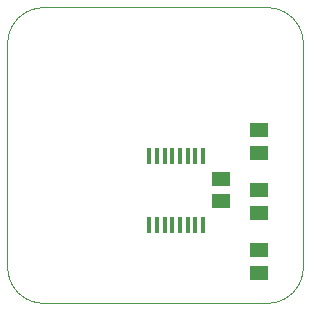
<source format=gbp>
G75*
%MOIN*%
%OFA0B0*%
%FSLAX25Y25*%
%IPPOS*%
%LPD*%
%AMOC8*
5,1,8,0,0,1.08239X$1,22.5*
%
%ADD10C,0.00000*%
%ADD11R,0.05906X0.05118*%
%ADD12R,0.06299X0.05118*%
%ADD13R,0.01400X0.05800*%
D10*
X0004500Y0013111D02*
X0004500Y0087914D01*
X0004503Y0088199D01*
X0004514Y0088485D01*
X0004531Y0088770D01*
X0004555Y0089054D01*
X0004586Y0089338D01*
X0004624Y0089621D01*
X0004669Y0089902D01*
X0004720Y0090183D01*
X0004778Y0090463D01*
X0004843Y0090741D01*
X0004915Y0091017D01*
X0004993Y0091291D01*
X0005078Y0091564D01*
X0005170Y0091834D01*
X0005268Y0092102D01*
X0005372Y0092368D01*
X0005483Y0092631D01*
X0005600Y0092891D01*
X0005723Y0093149D01*
X0005853Y0093403D01*
X0005989Y0093654D01*
X0006130Y0093902D01*
X0006278Y0094146D01*
X0006431Y0094387D01*
X0006591Y0094623D01*
X0006756Y0094856D01*
X0006926Y0095085D01*
X0007102Y0095310D01*
X0007284Y0095530D01*
X0007470Y0095746D01*
X0007662Y0095957D01*
X0007859Y0096164D01*
X0008061Y0096366D01*
X0008268Y0096563D01*
X0008479Y0096755D01*
X0008695Y0096941D01*
X0008915Y0097123D01*
X0009140Y0097299D01*
X0009369Y0097469D01*
X0009602Y0097634D01*
X0009838Y0097794D01*
X0010079Y0097947D01*
X0010323Y0098095D01*
X0010571Y0098236D01*
X0010822Y0098372D01*
X0011076Y0098502D01*
X0011334Y0098625D01*
X0011594Y0098742D01*
X0011857Y0098853D01*
X0012123Y0098957D01*
X0012391Y0099055D01*
X0012661Y0099147D01*
X0012934Y0099232D01*
X0013208Y0099310D01*
X0013484Y0099382D01*
X0013762Y0099447D01*
X0014042Y0099505D01*
X0014323Y0099556D01*
X0014604Y0099601D01*
X0014887Y0099639D01*
X0015171Y0099670D01*
X0015455Y0099694D01*
X0015740Y0099711D01*
X0016026Y0099722D01*
X0016311Y0099725D01*
X0091114Y0099725D01*
X0091399Y0099722D01*
X0091685Y0099711D01*
X0091970Y0099694D01*
X0092254Y0099670D01*
X0092538Y0099639D01*
X0092821Y0099601D01*
X0093102Y0099556D01*
X0093383Y0099505D01*
X0093663Y0099447D01*
X0093941Y0099382D01*
X0094217Y0099310D01*
X0094491Y0099232D01*
X0094764Y0099147D01*
X0095034Y0099055D01*
X0095302Y0098957D01*
X0095568Y0098853D01*
X0095831Y0098742D01*
X0096091Y0098625D01*
X0096349Y0098502D01*
X0096603Y0098372D01*
X0096854Y0098236D01*
X0097102Y0098095D01*
X0097346Y0097947D01*
X0097587Y0097794D01*
X0097823Y0097634D01*
X0098056Y0097469D01*
X0098285Y0097299D01*
X0098510Y0097123D01*
X0098730Y0096941D01*
X0098946Y0096755D01*
X0099157Y0096563D01*
X0099364Y0096366D01*
X0099566Y0096164D01*
X0099763Y0095957D01*
X0099955Y0095746D01*
X0100141Y0095530D01*
X0100323Y0095310D01*
X0100499Y0095085D01*
X0100669Y0094856D01*
X0100834Y0094623D01*
X0100994Y0094387D01*
X0101147Y0094146D01*
X0101295Y0093902D01*
X0101436Y0093654D01*
X0101572Y0093403D01*
X0101702Y0093149D01*
X0101825Y0092891D01*
X0101942Y0092631D01*
X0102053Y0092368D01*
X0102157Y0092102D01*
X0102255Y0091834D01*
X0102347Y0091564D01*
X0102432Y0091291D01*
X0102510Y0091017D01*
X0102582Y0090741D01*
X0102647Y0090463D01*
X0102705Y0090183D01*
X0102756Y0089902D01*
X0102801Y0089621D01*
X0102839Y0089338D01*
X0102870Y0089054D01*
X0102894Y0088770D01*
X0102911Y0088485D01*
X0102922Y0088199D01*
X0102925Y0087914D01*
X0102925Y0013111D01*
X0102922Y0012826D01*
X0102911Y0012540D01*
X0102894Y0012255D01*
X0102870Y0011971D01*
X0102839Y0011687D01*
X0102801Y0011404D01*
X0102756Y0011123D01*
X0102705Y0010842D01*
X0102647Y0010562D01*
X0102582Y0010284D01*
X0102510Y0010008D01*
X0102432Y0009734D01*
X0102347Y0009461D01*
X0102255Y0009191D01*
X0102157Y0008923D01*
X0102053Y0008657D01*
X0101942Y0008394D01*
X0101825Y0008134D01*
X0101702Y0007876D01*
X0101572Y0007622D01*
X0101436Y0007371D01*
X0101295Y0007123D01*
X0101147Y0006879D01*
X0100994Y0006638D01*
X0100834Y0006402D01*
X0100669Y0006169D01*
X0100499Y0005940D01*
X0100323Y0005715D01*
X0100141Y0005495D01*
X0099955Y0005279D01*
X0099763Y0005068D01*
X0099566Y0004861D01*
X0099364Y0004659D01*
X0099157Y0004462D01*
X0098946Y0004270D01*
X0098730Y0004084D01*
X0098510Y0003902D01*
X0098285Y0003726D01*
X0098056Y0003556D01*
X0097823Y0003391D01*
X0097587Y0003231D01*
X0097346Y0003078D01*
X0097102Y0002930D01*
X0096854Y0002789D01*
X0096603Y0002653D01*
X0096349Y0002523D01*
X0096091Y0002400D01*
X0095831Y0002283D01*
X0095568Y0002172D01*
X0095302Y0002068D01*
X0095034Y0001970D01*
X0094764Y0001878D01*
X0094491Y0001793D01*
X0094217Y0001715D01*
X0093941Y0001643D01*
X0093663Y0001578D01*
X0093383Y0001520D01*
X0093102Y0001469D01*
X0092821Y0001424D01*
X0092538Y0001386D01*
X0092254Y0001355D01*
X0091970Y0001331D01*
X0091685Y0001314D01*
X0091399Y0001303D01*
X0091114Y0001300D01*
X0016311Y0001300D01*
X0016026Y0001303D01*
X0015740Y0001314D01*
X0015455Y0001331D01*
X0015171Y0001355D01*
X0014887Y0001386D01*
X0014604Y0001424D01*
X0014323Y0001469D01*
X0014042Y0001520D01*
X0013762Y0001578D01*
X0013484Y0001643D01*
X0013208Y0001715D01*
X0012934Y0001793D01*
X0012661Y0001878D01*
X0012391Y0001970D01*
X0012123Y0002068D01*
X0011857Y0002172D01*
X0011594Y0002283D01*
X0011334Y0002400D01*
X0011076Y0002523D01*
X0010822Y0002653D01*
X0010571Y0002789D01*
X0010323Y0002930D01*
X0010079Y0003078D01*
X0009838Y0003231D01*
X0009602Y0003391D01*
X0009369Y0003556D01*
X0009140Y0003726D01*
X0008915Y0003902D01*
X0008695Y0004084D01*
X0008479Y0004270D01*
X0008268Y0004462D01*
X0008061Y0004659D01*
X0007859Y0004861D01*
X0007662Y0005068D01*
X0007470Y0005279D01*
X0007284Y0005495D01*
X0007102Y0005715D01*
X0006926Y0005940D01*
X0006756Y0006169D01*
X0006591Y0006402D01*
X0006431Y0006638D01*
X0006278Y0006879D01*
X0006130Y0007123D01*
X0005989Y0007371D01*
X0005853Y0007622D01*
X0005723Y0007876D01*
X0005600Y0008134D01*
X0005483Y0008394D01*
X0005372Y0008657D01*
X0005268Y0008923D01*
X0005170Y0009191D01*
X0005078Y0009461D01*
X0004993Y0009734D01*
X0004915Y0010008D01*
X0004843Y0010284D01*
X0004778Y0010562D01*
X0004720Y0010842D01*
X0004669Y0011123D01*
X0004624Y0011404D01*
X0004586Y0011687D01*
X0004555Y0011971D01*
X0004531Y0012255D01*
X0004514Y0012540D01*
X0004503Y0012826D01*
X0004500Y0013111D01*
D11*
X0075750Y0035060D03*
X0075750Y0042540D03*
D12*
X0088250Y0038790D03*
X0088250Y0031310D03*
X0088250Y0018790D03*
X0088250Y0011310D03*
X0088250Y0051310D03*
X0088250Y0058790D03*
D13*
X0069750Y0050300D03*
X0067150Y0050300D03*
X0064550Y0050300D03*
X0062050Y0050300D03*
X0059450Y0050300D03*
X0056950Y0050300D03*
X0054350Y0050300D03*
X0051750Y0050300D03*
X0051750Y0027300D03*
X0054350Y0027300D03*
X0056950Y0027300D03*
X0059450Y0027300D03*
X0062050Y0027300D03*
X0064550Y0027300D03*
X0067150Y0027300D03*
X0069750Y0027300D03*
M02*

</source>
